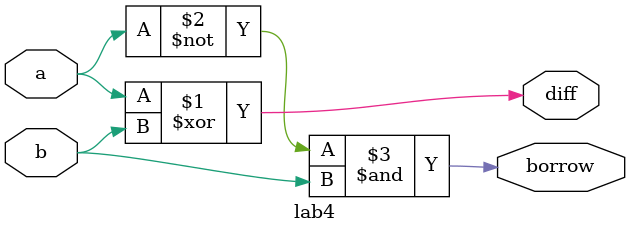
<source format=v>
module lab4 (
    input  wire a, b,         // Inputs
    output wire diff, borrow  // Outputs
);

    // Logic equations
    assign diff   = a ^ b;     // XOR for difference
    assign borrow = ~a & b;    // Borrow when a < b

endmodule


</source>
